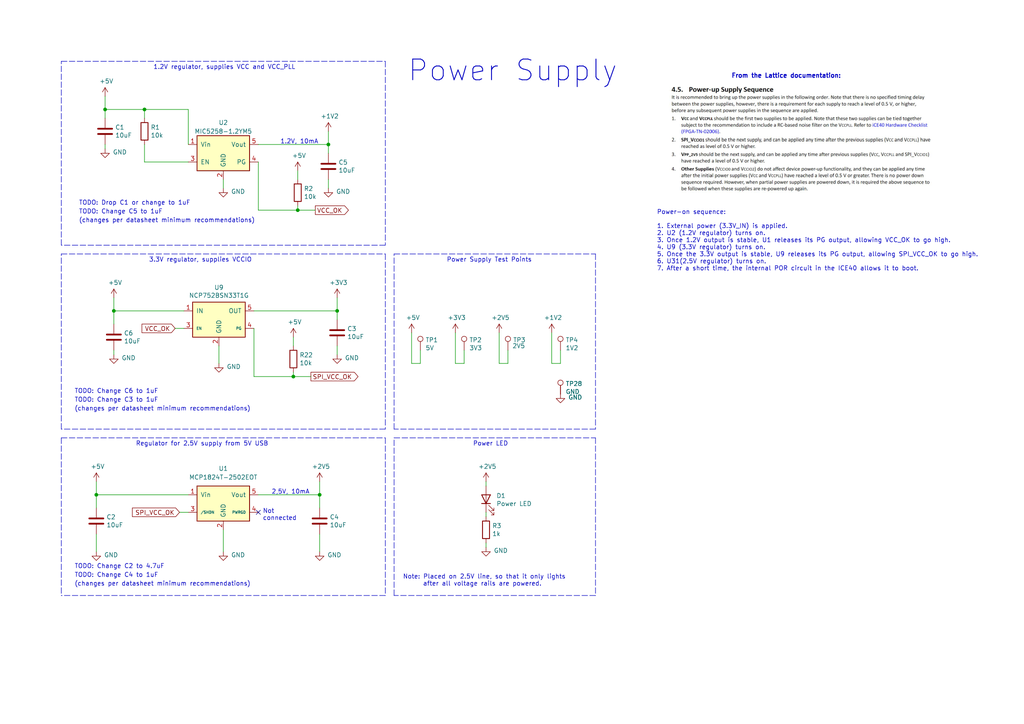
<source format=kicad_sch>
(kicad_sch (version 20211123) (generator eeschema)
  (paper "A4")
  (title_block (title "Power Supply") (date "2021-09-29") (rev "V1") (company "Tillitis AB") (comment 1 "2022"))
  (lib_symbols
    (symbol "Connector:TestPoint" (pin_numbers hide) (pin_names (offset 0.762) hide)
      (property "Reference" "TP" (at 0 6.858 0))
      (property "Value" "TestPoint" (at 0 5.08 0))
      (symbol "TestPoint_0_1"
        (circle (center 0 3.302) (radius 0.762))
      )
      (symbol "TestPoint_1_1"
        (pin passive line (at 0 0 90) (length 2.54) (name "1") (number "1"))
      )
    )
    (symbol "Device:C" (pin_numbers hide) (pin_names (offset 0.254))
      (property "Reference" "C" (at 0.635 2.54 0))
      (property "Value" "C" (at 0.635 -2.54 0))
      (symbol "C_0_1"
        (polyline (pts (xy -2.032 -0.762) (xy 2.032 -0.762)) (stroke (width 0.508)))
        (polyline (pts (xy -2.032 0.762) (xy 2.032 0.762)) (stroke (width 0.508)))
      )
      (symbol "C_1_1"
        (pin passive line (at 0 3.81 270) (length 2.794) (name "~") (number "1"))
        (pin passive line (at 0 -3.81 90) (length 2.794) (name "~") (number "2"))
      )
    )
    (symbol "Device:LED" (pin_numbers hide) (pin_names (offset 1.016) hide)
      (property "Reference" "D" (at 0 2.54 0))
      (property "Value" "LED" (at 0 -2.54 0))
      (symbol "LED_0_1"
        (polyline (pts (xy -1.27 -1.27) (xy -1.27 1.27)) (stroke (width 0.254)))
        (polyline (pts (xy -1.27 0) (xy 1.27 0)))
        (polyline (pts (xy 1.27 -1.27) (xy 1.27 1.27) (xy -1.27 0) (xy 1.27 -1.27)) (stroke (width 0.254)))
        (polyline (pts (xy -3.048 -0.762) (xy -4.572 -2.286) (xy -3.81 -2.286) (xy -4.572 -2.286) (xy -4.572 -1.524)))
        (polyline (pts (xy -1.778 -0.762) (xy -3.302 -2.286) (xy -2.54 -2.286) (xy -3.302 -2.286) (xy -3.302 -1.524)))
      )
      (symbol "LED_1_1"
        (pin passive line (at -3.81 0 0) (length 2.54) (name "K") (number "1"))
        (pin passive line (at 3.81 0 180) (length 2.54) (name "A") (number "2"))
      )
    )
    (symbol "Device:R" (pin_numbers hide) (pin_names (offset 0))
      (property "Reference" "R" (at 2.032 0 90))
      (property "Value" "R" (at 0 0 90))
      (symbol "R_0_1"
        (rectangle (start -1.016 -2.54) (end 1.016 2.54) (stroke (width 0.254)))
      )
      (symbol "R_1_1"
        (pin passive line (at 0 3.81 270) (length 1.27) (name "~") (number "1"))
        (pin passive line (at 0 -3.81 90) (length 1.27) (name "~") (number "2"))
      )
    )
    (symbol "mta1:MCP1824" (pin_names (offset 1.016))
      (property "Reference" "U" (at 7.62 -6.35 0))
      (property "Value" "MCP1824" (at 0 7.62 0))
      (symbol "MCP1824_1_1"
        (rectangle (start -7.62 6.35) (end 7.62 -3.81) (stroke (width 0.254)) (fill (type background)))
        (pin power_in line (at -10.16 3.81 0) (length 2.54) (name "Vin") (number "1"))
        (pin power_in line (at 0 -6.35 90) (length 2.54) (name "GND") (number "2"))
        (pin input line (at -10.16 -1.27 0) (length 2.54) (name "/SHDN") (number "3"))
        (pin open_collector line (at 10.16 -1.27 180) (length 2.54) (name "PWRGD") (number "4"))
        (pin power_out line (at 10.16 3.81 180) (length 2.54) (name "Vout") (number "5"))
      )
    )
    (symbol "mta1:MIC5258-1.2YM5-TR" (pin_names (offset 1.016))
      (property "Reference" "U" (at 7.62 -6.35 0))
      (property "Value" "MIC5258-1.2YM5-TR" (at 0 7.62 0))
      (symbol "MIC5258-1.2YM5-TR_1_1"
        (rectangle (start -7.62 6.35) (end 7.62 -3.81) (stroke (width 0.254)) (fill (type background)))
        (pin power_in line (at -10.16 3.81 0) (length 2.54) (name "Vin") (number "1"))
        (pin power_in line (at 0 -6.35 90) (length 2.54) (name "GND") (number "2"))
        (pin input line (at -10.16 -1.27 0) (length 2.54) (name "EN") (number "3"))
        (pin open_collector line (at 10.16 -1.27 180) (length 2.54) (name "PG") (number "4"))
        (pin power_out line (at 10.16 3.81 180) (length 2.54) (name "Vout") (number "5"))
      )
    )
    (symbol "mta1:NCP752BSN33T1G" (pin_names (offset 1.016))
      (property "Reference" "U" (at 5.08 -6.35 0))
      (property "Value" "NCP752BSN33T1G" (at 0 6.35 0))
      (symbol "NCP752BSN33T1G_1_1"
        (rectangle (start -7.62 5.08) (end 7.62 -5.08) (stroke (width 0.254)) (fill (type background)))
        (pin power_in line (at -10.16 2.54 0) (length 2.54) (name "IN") (number "1"))
        (pin power_in line (at 0 -7.62 90) (length 2.54) (name "GND") (number "2"))
        (pin input line (at -10.16 -2.54 0) (length 2.54) (name "EN") (number "3"))
        (pin open_collector line (at 10.16 -2.54 180) (length 2.54) (name "PG") (number "4"))
        (pin power_out line (at 10.16 2.54 180) (length 2.54) (name "OUT") (number "5"))
      )
    )
    (symbol "power:+1V2" (power) (pin_names (offset 0))
      (property "Value" "+1V2" (at 0 3.556 0))
      (symbol "+1V2_0_1"
        (polyline (pts (xy -0.762 1.27) (xy 0 2.54)))
        (polyline (pts (xy 0 0) (xy 0 2.54)))
        (polyline (pts (xy 0 2.54) (xy 0.762 1.27)))
      )
      (symbol "+1V2_1_1"
        (pin power_in line (at 0 0 90) (length 0) hide (name "+1V2") (number "1"))
      )
    )
    (symbol "power:+2V5" (power) (pin_names (offset 0))
      (property "Value" "+2V5" (at 0 3.556 0))
      (symbol "+2V5_0_1"
        (polyline (pts (xy -0.762 1.27) (xy 0 2.54)))
        (polyline (pts (xy 0 0) (xy 0 2.54)))
        (polyline (pts (xy 0 2.54) (xy 0.762 1.27)))
      )
      (symbol "+2V5_1_1"
        (pin power_in line (at 0 0 90) (length 0) hide (name "+2V5") (number "1"))
      )
    )
    (symbol "power:+3.3V" (power) (pin_names (offset 0))
      (property "Value" "+3.3V" (at 0 3.556 0))
      (symbol "+3.3V_0_1"
        (polyline (pts (xy -0.762 1.27) (xy 0 2.54)))
        (polyline (pts (xy 0 0) (xy 0 2.54)))
        (polyline (pts (xy 0 2.54) (xy 0.762 1.27)))
      )
      (symbol "+3.3V_1_1"
        (pin power_in line (at 0 0 90) (length 0) hide (name "+3V3") (number "1"))
      )
    )
    (symbol "power:+5V" (power) (pin_names (offset 0))
      (property "Value" "+5V" (at 0 3.556 0))
      (symbol "+5V_0_1"
        (polyline (pts (xy -0.762 1.27) (xy 0 2.54)))
        (polyline (pts (xy 0 0) (xy 0 2.54)))
        (polyline (pts (xy 0 2.54) (xy 0.762 1.27)))
      )
      (symbol "+5V_1_1"
        (pin power_in line (at 0 0 90) (length 0) hide (name "+5V") (number "1"))
      )
    )
    (symbol "power:GND" (power) (pin_names (offset 0))
      (property "Value" "GND" (at 0 -3.81 0))
      (symbol "GND_0_1"
        (polyline (pts (xy 0 0) (xy 0 -1.27) (xy 1.27 -1.27) (xy 0 -2.54) (xy -1.27 -1.27) (xy 0 -1.27)))
      )
      (symbol "GND_1_1"
        (pin power_in line (at 0 0 270) (length 0) hide (name "GND") (number "1"))
      )
    )
  )
  (junction (at 30.48 31.75))
  (junction (at 33.02 90.17))
  (junction (at 41.91 31.75))
  (junction (at 86.36 60.96))
  (junction (at 92.71 143.51))
  (junction (at 95.25 41.91))
  (junction (at 27.94 143.51))
  (junction (at 85.09 109.22))
  (junction (at 97.79 90.17))
  (no_connect (at 74.93 148.59))
  (wire (pts (xy 74.93 41.91) (xy 95.25 41.91)))
  (polyline (pts (xy 111.76 73.66) (xy 111.76 124.46)))
  (wire (pts (xy 41.91 41.91) (xy 41.91 46.99)))
  (polyline (pts (xy 114.3 124.46) (xy 114.3 73.66)))
  (polyline (pts (xy 111.76 124.46) (xy 17.78 124.46)))
  (wire (pts (xy 54.61 143.51) (xy 27.94 143.51)))
  (wire (pts (xy 97.79 100.33) (xy 97.79 102.87)))
  (wire (pts (xy 30.48 41.91) (xy 30.48 43.18)))
  (wire (pts (xy 64.77 153.67) (xy 64.77 160.02)))
  (polyline (pts (xy 111.76 71.12) (xy 17.78 71.12)))
  (wire (pts (xy 64.77 52.07) (xy 64.77 54.61)))
  (wire (pts (xy 27.94 139.7) (xy 27.94 143.51)))
  (wire (pts (xy 97.79 90.17) (xy 97.79 92.71)))
  (wire (pts (xy 41.91 31.75) (xy 54.61 31.75)))
  (wire (pts (xy 95.25 41.91) (xy 95.25 44.45)))
  (wire (pts (xy 132.08 105.41) (xy 134.62 105.41)))
  (wire (pts (xy 30.48 27.94) (xy 30.48 31.75)))
  (wire (pts (xy 33.02 101.6) (xy 33.02 102.87)))
  (wire (pts (xy 54.61 41.91) (xy 54.61 31.75)))
  (wire (pts (xy 74.93 60.96) (xy 86.36 60.96)))
  (polyline (pts (xy 114.3 127) (xy 172.72 127)))
  (wire (pts (xy 119.38 96.52) (xy 119.38 105.41)))
  (wire (pts (xy 73.66 90.17) (xy 97.79 90.17)))
  (polyline (pts (xy 17.78 124.46) (xy 17.78 73.66)))
  (wire (pts (xy 160.02 96.52) (xy 160.02 105.41)))
  (wire (pts (xy 74.93 143.51) (xy 92.71 143.51)))
  (wire (pts (xy 140.97 148.59) (xy 140.97 149.86)))
  (wire (pts (xy 54.61 148.59) (xy 52.07 148.59)))
  (polyline (pts (xy 114.3 73.66) (xy 172.72 73.66)))
  (wire (pts (xy 121.92 105.41) (xy 121.92 101.6)))
  (polyline (pts (xy 17.78 71.12) (xy 17.78 17.78)))
  (polyline (pts (xy 17.78 73.66) (xy 111.76 73.66)))
  (polyline (pts (xy 114.3 172.72) (xy 114.3 127)))
  (polyline (pts (xy 111.76 127) (xy 111.76 172.72)))
  (wire (pts (xy 92.71 154.94) (xy 92.71 160.02)))
  (wire (pts (xy 140.97 139.7) (xy 140.97 140.97)))
  (wire (pts (xy 95.25 52.07) (xy 95.25 54.61)))
  (wire (pts (xy 85.09 107.95) (xy 85.09 109.22)))
  (wire (pts (xy 97.79 90.17) (xy 97.79 86.36)))
  (wire (pts (xy 134.62 105.41) (xy 134.62 101.6)))
  (polyline (pts (xy 111.76 172.72) (xy 17.78 172.72)))
  (wire (pts (xy 132.08 96.52) (xy 132.08 105.41)))
  (wire (pts (xy 85.09 100.33) (xy 85.09 97.79)))
  (wire (pts (xy 54.61 46.99) (xy 41.91 46.99)))
  (polyline (pts (xy 111.76 17.78) (xy 111.76 71.12)))
  (wire (pts (xy 86.36 60.96) (xy 91.44 60.96)))
  (wire (pts (xy 144.78 96.52) (xy 144.78 105.41)))
  (polyline (pts (xy 172.72 73.66) (xy 172.72 124.46)))
  (wire (pts (xy 33.02 86.36) (xy 33.02 90.17)))
  (wire (pts (xy 140.97 157.48) (xy 140.97 158.75)))
  (wire (pts (xy 41.91 34.29) (xy 41.91 31.75)))
  (wire (pts (xy 74.93 46.99) (xy 74.93 60.96)))
  (wire (pts (xy 73.66 95.25) (xy 73.66 109.22)))
  (wire (pts (xy 160.02 105.41) (xy 162.56 105.41)))
  (wire (pts (xy 147.32 105.41) (xy 147.32 101.6)))
  (wire (pts (xy 27.94 143.51) (xy 27.94 147.32)))
  (wire (pts (xy 144.78 105.41) (xy 147.32 105.41)))
  (wire (pts (xy 33.02 90.17) (xy 53.34 90.17)))
  (polyline (pts (xy 17.78 127) (xy 111.76 127)))
  (wire (pts (xy 92.71 147.32) (xy 92.71 143.51)))
  (wire (pts (xy 30.48 31.75) (xy 30.48 34.29)))
  (polyline (pts (xy 172.72 172.72) (xy 114.3 172.72)))
  (wire (pts (xy 162.56 105.41) (xy 162.56 101.6)))
  (wire (pts (xy 86.36 52.07) (xy 86.36 49.53)))
  (wire (pts (xy 95.25 38.1) (xy 95.25 41.91)))
  (wire (pts (xy 85.09 109.22) (xy 90.17 109.22)))
  (wire (pts (xy 53.34 95.25) (xy 50.8 95.25)))
  (polyline (pts (xy 17.78 17.78) (xy 111.76 17.78)))
  (wire (pts (xy 92.71 143.51) (xy 92.71 139.7)))
  (wire (pts (xy 73.66 109.22) (xy 85.09 109.22)))
  (polyline (pts (xy 17.78 127) (xy 17.78 172.72)))
  (polyline (pts (xy 172.72 127) (xy 172.72 172.72)))
  (wire (pts (xy 27.94 154.94) (xy 27.94 160.02)))
  (polyline (pts (xy 172.72 124.46) (xy 114.3 124.46)))
  (wire (pts (xy 33.02 90.17) (xy 33.02 93.98)))
  (wire (pts (xy 30.48 31.75) (xy 41.91 31.75)))
  (wire (pts (xy 119.38 105.41) (xy 121.92 105.41)))
  (wire (pts (xy 63.5 100.33) (xy 63.5 105.41)))
  (wire (pts (xy 86.36 59.69) (xy 86.36 60.96)))
  (image (at 232.41 40.64) (scale 0.5))
  (text "Power-on sequence:\n\n1. External power (3.3V_IN) is applied.\n2. U2 (1.2V regulator) turns on.\n3. Once 1.2V output is stable, U1 releases its PG output, allowing VCC_OK to go high.\n4. U9 (3.3V regulator) turns on.\n5. Once the 3.3V output is stable, U9 releases its PG output, allowing SPI_VCC_OK to go high.\n6. U31(2.5V regulator) turns on.\n7. After a short time, the internal POR circuit in the ICE40 allows it to boot." (at 190.5 78.74 0) (effects (font (size 1.27 1.27)) (justify left bottom)))
  (text "TODO: Change C2 to 4.7uF" (at 21.59 165.1 0) (effects (font (size 1.27 1.27)) (justify left bottom)))
  (text "(changes per datasheet minimum recommendations)" (at 21.59 170.18 0) (effects (font (size 1.27 1.27)) (justify left bottom)))
  (text "(changes per datasheet minimum recommendations)" (at 21.59 119.38 0) (effects (font (size 1.27 1.27)) (justify left bottom)))
  (text "TODO: Change C6 to 1uF" (at 21.59 114.3 0) (effects (font (size 1.27 1.27)) (justify left bottom)))
  (text "2,5V, 10mA" (at 78.74 143.51 0) (effects (font (size 1.27 1.27)) (justify left bottom)))
  (text "Note: Placed on 2.5V line, so that it only lights\n      after all voltage rails are powered." (at 116.84 170.18 0) (effects (font (size 1.27 1.27)) (justify left bottom)))
  (text "TODO: Change C3 to 1uF" (at 21.59 116.84 0) (effects (font (size 1.27 1.27)) (justify left bottom)))
  (text "1.2V, 10mA" (at 81.28 41.91 0) (effects (font (size 1.27 1.27)) (justify left bottom)))
  (text "Power Supply" (at 118.11 24.13 0) (effects (font (size 6 6) (thickness 0.254) bold) (justify left bottom)))
  (text "TODO: Drop C1 or change to 1uF" (at 22.86 59.69 0) (effects (font (size 1.27 1.27)) (justify left bottom)))
  (text "TODO: Change C5 to 1uF" (at 22.86 62.23 0) (effects (font (size 1.27 1.27)) (justify left bottom)))
  (text "From the Lattice documentation:" (at 212.09 22.86 0) (effects (font (size 1.27 1.27) (thickness 0.254) bold) (justify left bottom)))
  (text "1.2V regulator, supplies VCC and VCC_PLL" (at 44.45 20.32 0) (effects (font (size 1.27 1.27)) (justify left bottom)))
  (text "3.3V regulator, supplies VCCIO" (at 43.18 76.2 0) (effects (font (size 1.27 1.27)) (justify left bottom)))
  (text "TODO: Change C4 to 1uF" (at 21.59 167.64 0) (effects (font (size 1.27 1.27)) (justify left bottom)))
  (text "Not\nconnected" (at 76.2 151.13 0) (effects (font (size 1.27 1.27)) (justify left bottom)))
  (text "Power Supply Test Points" (at 129.54 76.2 0) (effects (font (size 1.27 1.27)) (justify left bottom)))
  (text "(changes per datasheet minimum recommendations)" (at 22.86 64.77 0) (effects (font (size 1.27 1.27)) (justify left bottom)))
  (text "Power LED" (at 137.16 129.54 0) (effects (font (size 1.27 1.27)) (justify left bottom)))
  (text "Regulator for 2.5V supply from 5V USB" (at 39.37 129.54 0) (effects (font (size 1.27 1.27)) (justify left bottom)))
  (global_label "SPI_VCC_OK" (shape input) (at 52.07 148.59 180) (property "Intersheet References" "${INTERSHEET_REFS}" (effects hide)))
  (global_label "VCC_OK" (shape output) (at 91.44 60.96 0) (property "Intersheet References" "${INTERSHEET_REFS}" (effects hide)))
  (global_label "SPI_VCC_OK" (shape output) (at 90.17 109.22 0) (property "Intersheet References" "${INTERSHEET_REFS}" (effects hide)))
  (global_label "VCC_OK" (shape input) (at 50.8 95.25 180) (property "Intersheet References" "${INTERSHEET_REFS}" (effects hide)))
  (symbol (lib_id "power:GND") (at 64.77 54.61 0) (unit 1)
    (property "Reference" "#GND05" (effects hide))
    (property "Value" "GND" (at 67.0052 55.5498 0) (effects (justify left)))
  )
  (symbol (lib_id "Device:C") (at 30.48 38.1 0) (unit 1)
    (property "Reference" "C1" (at 33.401 36.9316 0) (effects (justify left)))
    (property "Value" "10uF" (at 33.401 39.243 0) (effects (justify left)))
    (property "Footprint" "mta1:CAPC1608X09L" (effects hide))
  )
  (symbol (lib_id "Device:R") (at 41.91 38.1 0) (unit 1)
    (property "Reference" "R1" (at 43.688 36.9316 0) (effects (justify left)))
    (property "Value" "10k" (at 43.688 39.243 0) (effects (justify left)))
    (property "Footprint" "mta1:ERJ2G(0402)_L" (effects hide))
  )
  (symbol (lib_id "power:GND") (at 30.48 43.18 0) (unit 1)
    (property "Reference" "#GND01" (effects hide))
    (property "Value" "GND" (at 32.7152 44.1198 0) (effects (justify left)))
  )
  (symbol (lib_id "Device:C") (at 95.25 48.26 0) (unit 1)
    (property "Reference" "C5" (at 98.171 47.0916 0) (effects (justify left)))
    (property "Value" "10uF" (at 98.171 49.403 0) (effects (justify left)))
    (property "Footprint" "mta1:CAPC1608X09L" (effects hide))
  )
  (symbol (lib_id "power:GND") (at 95.25 54.61 0) (unit 1)
    (property "Reference" "#GND08" (effects hide))
    (property "Value" "GND" (at 97.4852 55.5498 0) (effects (justify left)))
  )
  (symbol (lib_id "Device:R") (at 86.36 55.88 0) (unit 1)
    (property "Reference" "R2" (at 88.138 54.7116 0) (effects (justify left)))
    (property "Value" "10k" (at 88.138 57.023 0) (effects (justify left)))
    (property "Footprint" "mta1:ERJ2G(0402)_L" (effects hide))
  )
  (symbol (lib_id "power:GND") (at 63.5 105.41 0) (unit 1)
    (property "Reference" "#GND03" (effects hide))
    (property "Value" "GND" (at 65.7352 106.3498 0) (effects (justify left)))
  )
  (symbol (lib_id "Device:C") (at 97.79 96.52 0) (unit 1)
    (property "Reference" "C3" (at 100.711 95.3516 0) (effects (justify left)))
    (property "Value" "10uF" (at 100.711 97.663 0) (effects (justify left)))
    (property "Footprint" "mta1:CAPC1608X09L" (effects hide))
  )
  (symbol (lib_id "power:GND") (at 97.79 102.87 0) (unit 1)
    (property "Reference" "#GND06" (effects hide))
    (property "Value" "GND" (at 100.0252 103.8098 0) (effects (justify left)))
  )
  (symbol (lib_id "mta1:MIC5258-1.2YM5-TR") (at 64.77 45.72 0) (unit 1)
    (property "Reference" "U2" (at 64.77 35.56 0))
    (property "Value" "MIC5258-1.2YM5" (at 64.77 38.1 0))
    (property "Footprint" "Package_TO_SOT_SMD:SOT-23-5" (effects hide))
    (property "Datasheet" "https://eu.mouser.com/datasheet/2/268/mic5258-1891212.pdf" (effects hide))
  )
  (symbol (lib_id "mta1:MCP1824") (at 64.77 147.32 0) (unit 1)
    (property "Reference" "U1" (at 64.77 135.89 0))
    (property "Value" "MCP1824T-2502EOT" (at 64.77 138.43 0))
    (property "Footprint" "Package_TO_SOT_SMD:SOT-23-5" (effects hide))
    (property "Datasheet" "https://www.mouser.se/datasheet/2/268/22070a-53890.pdf" (effects hide))
  )
  (symbol (lib_id "Device:C") (at 27.94 151.13 0) (unit 1)
    (property "Reference" "C2" (at 30.861 149.9616 0) (effects (justify left)))
    (property "Value" "10uF" (at 30.861 152.273 0) (effects (justify left)))
    (property "Footprint" "mta1:CAPC1608X09L" (effects hide))
  )
  (symbol (lib_id "power:GND") (at 27.94 160.02 0) (unit 1)
    (property "Reference" "#GND02" (effects hide))
    (property "Value" "GND" (at 30.1752 160.9598 0) (effects (justify left)))
  )
  (symbol (lib_id "power:GND") (at 64.77 160.02 0) (unit 1)
    (property "Reference" "#GND04" (effects hide))
    (property "Value" "GND" (at 67.0052 160.9598 0) (effects (justify left)))
  )
  (symbol (lib_id "Device:C") (at 92.71 151.13 0) (unit 1)
    (property "Reference" "C4" (at 95.631 149.9616 0) (effects (justify left)))
    (property "Value" "10uF" (at 95.631 152.273 0) (effects (justify left)))
    (property "Footprint" "mta1:CAPC1608X09L" (effects hide))
  )
  (symbol (lib_id "power:GND") (at 92.71 160.02 0) (unit 1)
    (property "Reference" "#GND07" (effects hide))
    (property "Value" "GND" (at 94.9452 160.9598 0) (effects (justify left)))
  )
  (symbol (lib_id "Connector:TestPoint") (at 134.62 101.6 0) (unit 1)
    (property "Reference" "TP2" (at 136.0932 98.6028 0) (effects (justify left)))
    (property "Value" "3V3" (at 136.0932 100.9142 0) (effects (justify left)))
    (property "Footprint" "TestPoint:TestPoint_Pad_D1.0mm" (effects hide))
  )
  (symbol (lib_id "Connector:TestPoint") (at 147.32 101.6 0) (unit 1)
    (property "Reference" "TP3" (at 148.7932 98.6028 0) (effects (justify left)))
    (property "Value" "2V5" (at 148.59 100.33 0) (effects (justify left)))
    (property "Footprint" "TestPoint:TestPoint_Pad_D1.0mm" (effects hide))
  )
  (symbol (lib_id "Connector:TestPoint") (at 162.56 101.6 0) (unit 1)
    (property "Reference" "TP4" (at 164.0332 98.6028 0) (effects (justify left)))
    (property "Value" "1V2" (at 164.0332 100.9142 0) (effects (justify left)))
    (property "Footprint" "TestPoint:TestPoint_Pad_D1.0mm" (effects hide))
  )
  (symbol (lib_id "power:+3.3V") (at 97.79 86.36 0) (unit 1)
    (property "Reference" "#PWR05" (effects hide))
    (property "Value" "+3.3V" (at 98.171 81.9658 0))
  )
  (symbol (lib_id "power:+3.3V") (at 132.08 96.52 0) (unit 1)
    (property "Reference" "#PWR010" (effects hide))
    (property "Value" "+3.3V" (at 132.461 92.1258 0))
  )
  (symbol (lib_id "power:+1V2") (at 95.25 38.1 0) (unit 1)
    (property "Reference" "#PWR08" (effects hide))
    (property "Value" "+1V2" (at 95.631 33.7058 0))
  )
  (symbol (lib_id "power:+1V2") (at 160.02 96.52 0) (unit 1)
    (property "Reference" "#PWR013" (effects hide))
    (property "Value" "+1V2" (at 160.401 92.1258 0))
  )
  (symbol (lib_id "power:+2V5") (at 92.71 139.7 0) (unit 1)
    (property "Reference" "#PWR07" (effects hide))
    (property "Value" "+2V5" (at 93.091 135.3058 0))
  )
  (symbol (lib_id "power:+2V5") (at 144.78 96.52 0) (unit 1)
    (property "Reference" "#PWR012" (effects hide))
    (property "Value" "+2V5" (at 145.161 92.1258 0))
  )
  (symbol (lib_id "power:+2V5") (at 140.97 139.7 0) (unit 1)
    (property "Reference" "#PWR014" (effects hide))
    (property "Value" "+2V5" (at 141.351 135.3058 0))
  )
  (symbol (lib_id "mta1:NCP752BSN33T1G") (at 63.5 92.71 0) (unit 1)
    (property "Reference" "U9" (at 63.5 83.3882 0))
    (property "Value" "NCP752BSN33T1G" (at 63.5 85.6996 0))
    (property "Footprint" "mta1:NCP752BSN33T1G" (effects hide))
  )
  (symbol (lib_id "power:+5V") (at 86.36 49.53 0) (unit 1)
    (property "Reference" "#PWR06" (effects hide))
    (property "Value" "+5V" (at 86.741 45.1358 0))
  )
  (symbol (lib_id "power:+5V") (at 85.09 97.79 0) (unit 1)
    (property "Reference" "#PWR04" (effects hide))
    (property "Value" "+5V" (at 85.471 93.3958 0))
  )
  (symbol (lib_id "Device:C") (at 33.02 97.79 0) (unit 1)
    (property "Reference" "C6" (at 35.941 96.6216 0) (effects (justify left)))
    (property "Value" "10uF" (at 35.941 98.933 0) (effects (justify left)))
    (property "Footprint" "mta1:CAPC1608X09L" (effects hide))
  )
  (symbol (lib_id "power:GND") (at 33.02 102.87 0) (unit 1)
    (property "Reference" "#GND0101" (effects hide))
    (property "Value" "GND" (at 35.2552 103.8098 0) (effects (justify left)))
  )
  (symbol (lib_id "power:+5V") (at 30.48 27.94 0) (unit 1)
    (property "Reference" "#PWR01" (effects hide))
    (property "Value" "+5V" (at 30.861 23.5458 0))
  )
  (symbol (lib_id "power:+5V") (at 33.02 86.36 0) (unit 1)
    (property "Reference" "#PWR03" (effects hide))
    (property "Value" "+5V" (at 33.401 81.9658 0))
  )
  (symbol (lib_id "power:+5V") (at 27.94 139.7 0) (unit 1)
    (property "Reference" "#PWR02" (effects hide))
    (property "Value" "+5V" (at 28.321 135.3058 0))
  )
  (symbol (lib_id "Device:R") (at 140.97 153.67 0) (unit 1)
    (property "Reference" "R3" (at 142.748 152.5016 0) (effects (justify left)))
    (property "Value" "1k" (at 142.748 154.813 0) (effects (justify left)))
    (property "Footprint" "mta1:ERJ2G(0402)_L" (effects hide))
  )
  (symbol (lib_id "Device:LED") (at 140.97 144.78 90) (unit 1)
    (property "Reference" "D1" (at 143.9672 143.7894 90) (effects (justify right)))
    (property "Value" "Power LED" (at 143.9672 146.1008 90) (effects (justify right)))
    (property "Footprint" "LED_SMD:LED_0402_1005Metric" (effects hide))
  )
  (symbol (lib_id "Connector:TestPoint") (at 121.92 101.6 0) (unit 1)
    (property "Reference" "TP1" (at 123.3932 98.6028 0) (effects (justify left)))
    (property "Value" "5V" (at 123.3932 100.9142 0) (effects (justify left)))
    (property "Footprint" "TestPoint:TestPoint_Pad_D1.0mm" (effects hide))
  )
  (symbol (lib_id "power:+5V") (at 119.38 96.52 0) (unit 1)
    (property "Reference" "#PWR09" (effects hide))
    (property "Value" "+5V" (at 119.761 92.1258 0))
  )
  (symbol (lib_id "power:GND") (at 140.97 158.75 0) (unit 1)
    (property "Reference" "#GND0111" (effects hide))
    (property "Value" "GND" (at 143.2052 159.6898 0) (effects (justify left)))
  )
  (symbol (lib_id "Device:R") (at 85.09 104.14 0) (unit 1)
    (property "Reference" "R22" (at 86.868 102.9716 0) (effects (justify left)))
    (property "Value" "10k" (at 86.868 105.283 0) (effects (justify left)))
    (property "Footprint" "mta1:ERJ2G(0402)_L" (effects hide))
  )
  (symbol (lib_id "power:GND") (at 162.56 114.3 0) (unit 1)
    (property "Reference" "#GND032" (effects hide))
    (property "Value" "GND" (at 164.7952 115.2398 0) (effects (justify left)))
  )
  (symbol (lib_id "Connector:TestPoint") (at 162.56 114.3 0) (unit 1)
    (property "Reference" "TP28" (at 164.0332 111.3028 0) (effects (justify left)))
    (property "Value" "GND" (at 164.0332 113.6142 0) (effects (justify left)))
    (property "Footprint" "TestPoint:TestPoint_Pad_D1.0mm" (effects hide))
  )
)
</source>
